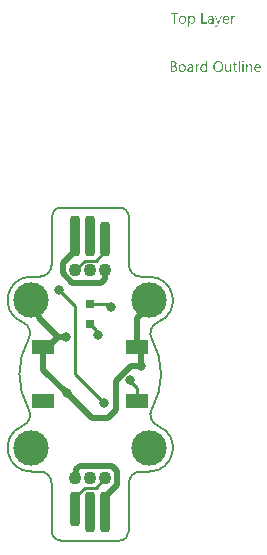
<source format=gtl>
G04*
G04 #@! TF.GenerationSoftware,Altium Limited,Altium Designer,21.8.1 (53)*
G04*
G04 Layer_Physical_Order=1*
G04 Layer_Color=255*
%FSAX25Y25*%
%MOIN*%
G70*
G04*
G04 #@! TF.SameCoordinates,94FE2971-EC38-410B-9373-26AABD127CE3*
G04*
G04*
G04 #@! TF.FilePolarity,Positive*
G04*
G01*
G75*
%ADD10C,0.00787*%
%ADD16R,0.07480X0.05118*%
G04:AMPARAMS|DCode=17|XSize=35.43mil|YSize=135.83mil|CornerRadius=13.82mil|HoleSize=0mil|Usage=FLASHONLY|Rotation=0.000|XOffset=0mil|YOffset=0mil|HoleType=Round|Shape=RoundedRectangle|*
%AMROUNDEDRECTD17*
21,1,0.03543,0.10819,0,0,0.0*
21,1,0.00780,0.13583,0,0,0.0*
1,1,0.02764,0.00390,-0.05409*
1,1,0.02764,-0.00390,-0.05409*
1,1,0.02764,-0.00390,0.05409*
1,1,0.02764,0.00390,0.05409*
%
%ADD17ROUNDEDRECTD17*%
G04:AMPARAMS|DCode=18|XSize=35.43mil|YSize=116.14mil|CornerRadius=13.82mil|HoleSize=0mil|Usage=FLASHONLY|Rotation=0.000|XOffset=0mil|YOffset=0mil|HoleType=Round|Shape=RoundedRectangle|*
%AMROUNDEDRECTD18*
21,1,0.03543,0.08850,0,0,0.0*
21,1,0.00780,0.11614,0,0,0.0*
1,1,0.02764,0.00390,-0.04425*
1,1,0.02764,-0.00390,-0.04425*
1,1,0.02764,-0.00390,0.04425*
1,1,0.02764,0.00390,0.04425*
%
%ADD18ROUNDEDRECTD18*%
%ADD21C,0.04331*%
%ADD24R,0.03150X0.03150*%
%ADD25C,0.01968*%
%ADD26C,0.00984*%
%ADD27C,0.11811*%
%ADD28C,0.03150*%
%ADD29C,0.02362*%
G36*
X0034014Y0151875D02*
X0034057Y0151869D01*
X0034101Y0151863D01*
X0034212Y0151838D01*
X0034336Y0151801D01*
X0034460Y0151739D01*
X0034521Y0151702D01*
X0034583Y0151652D01*
X0034639Y0151602D01*
X0034695Y0151541D01*
X0034701Y0151534D01*
X0034707Y0151528D01*
X0034720Y0151504D01*
X0034738Y0151479D01*
X0034757Y0151448D01*
X0034782Y0151404D01*
X0034806Y0151355D01*
X0034831Y0151305D01*
X0034856Y0151243D01*
X0034881Y0151175D01*
X0034905Y0151101D01*
X0034924Y0151021D01*
X0034955Y0150841D01*
X0034967Y0150742D01*
Y0150637D01*
Y0150631D01*
Y0150612D01*
Y0150575D01*
X0034961Y0150532D01*
Y0150482D01*
X0034949Y0150420D01*
X0034942Y0150352D01*
X0034930Y0150278D01*
X0034893Y0150117D01*
X0034837Y0149950D01*
X0034800Y0149869D01*
X0034763Y0149789D01*
X0034713Y0149708D01*
X0034658Y0149634D01*
X0034651Y0149628D01*
X0034645Y0149616D01*
X0034627Y0149597D01*
X0034602Y0149578D01*
X0034571Y0149547D01*
X0034534Y0149516D01*
X0034491Y0149479D01*
X0034441Y0149448D01*
X0034385Y0149411D01*
X0034323Y0149374D01*
X0034175Y0149318D01*
X0034094Y0149294D01*
X0034014Y0149275D01*
X0033921Y0149263D01*
X0033822Y0149257D01*
X0033773D01*
X0033742Y0149263D01*
X0033698Y0149269D01*
X0033655Y0149281D01*
X0033544Y0149306D01*
X0033426Y0149355D01*
X0033358Y0149393D01*
X0033296Y0149430D01*
X0033234Y0149479D01*
X0033178Y0149535D01*
X0033116Y0149597D01*
X0033067Y0149671D01*
X0033055D01*
Y0148161D01*
X0032652D01*
Y0151825D01*
X0033055D01*
Y0151380D01*
X0033067D01*
X0033073Y0151386D01*
X0033079Y0151404D01*
X0033098Y0151429D01*
X0033123Y0151460D01*
X0033154Y0151497D01*
X0033191Y0151541D01*
X0033234Y0151584D01*
X0033290Y0151634D01*
X0033345Y0151677D01*
X0033407Y0151720D01*
X0033482Y0151763D01*
X0033556Y0151801D01*
X0033643Y0151838D01*
X0033735Y0151863D01*
X0033828Y0151875D01*
X0033933Y0151881D01*
X0033983D01*
X0034014Y0151875D01*
D02*
G37*
G36*
X0048127Y0151863D02*
X0048201Y0151856D01*
X0048245Y0151844D01*
X0048276Y0151831D01*
Y0151417D01*
X0048270Y0151423D01*
X0048257Y0151429D01*
X0048232Y0151442D01*
X0048201Y0151460D01*
X0048158Y0151472D01*
X0048102Y0151485D01*
X0048041Y0151491D01*
X0047972Y0151497D01*
X0047960D01*
X0047929Y0151491D01*
X0047880Y0151485D01*
X0047824Y0151466D01*
X0047750Y0151435D01*
X0047681Y0151392D01*
X0047607Y0151330D01*
X0047539Y0151250D01*
X0047533Y0151237D01*
X0047514Y0151206D01*
X0047483Y0151151D01*
X0047452Y0151076D01*
X0047422Y0150984D01*
X0047390Y0150866D01*
X0047372Y0150736D01*
X0047366Y0150587D01*
Y0149312D01*
X0046963D01*
Y0151825D01*
X0047366D01*
Y0151305D01*
X0047378D01*
Y0151312D01*
X0047384Y0151318D01*
X0047397Y0151349D01*
X0047415Y0151398D01*
X0047446Y0151460D01*
X0047477Y0151522D01*
X0047527Y0151590D01*
X0047576Y0151658D01*
X0047638Y0151720D01*
X0047644Y0151726D01*
X0047669Y0151745D01*
X0047706Y0151770D01*
X0047756Y0151794D01*
X0047811Y0151819D01*
X0047880Y0151844D01*
X0047954Y0151863D01*
X0048034Y0151869D01*
X0048090D01*
X0048127Y0151863D01*
D02*
G37*
G36*
X0042748Y0148910D02*
X0042742Y0148904D01*
X0042736Y0148879D01*
X0042717Y0148836D01*
X0042692Y0148786D01*
X0042661Y0148730D01*
X0042618Y0148662D01*
X0042575Y0148594D01*
X0042525Y0148520D01*
X0042463Y0148446D01*
X0042401Y0148378D01*
X0042327Y0148309D01*
X0042247Y0148254D01*
X0042166Y0148204D01*
X0042073Y0148161D01*
X0041980Y0148136D01*
X0041875Y0148130D01*
X0041820D01*
X0041782Y0148136D01*
X0041702Y0148149D01*
X0041615Y0148167D01*
Y0148526D01*
X0041622D01*
X0041640Y0148520D01*
X0041665Y0148514D01*
X0041696Y0148507D01*
X0041770Y0148489D01*
X0041851Y0148483D01*
X0041863D01*
X0041900Y0148489D01*
X0041956Y0148501D01*
X0042024Y0148526D01*
X0042098Y0148569D01*
X0042135Y0148600D01*
X0042172Y0148637D01*
X0042210Y0148675D01*
X0042247Y0148724D01*
X0042278Y0148780D01*
X0042309Y0148842D01*
X0042513Y0149312D01*
X0041529Y0151825D01*
X0041974D01*
X0042655Y0149888D01*
Y0149882D01*
X0042661Y0149869D01*
X0042668Y0149851D01*
X0042674Y0149826D01*
X0042680Y0149789D01*
X0042692Y0149752D01*
X0042705Y0149696D01*
X0042723D01*
Y0149708D01*
X0042736Y0149746D01*
X0042748Y0149801D01*
X0042773Y0149882D01*
X0043485Y0151825D01*
X0043899D01*
X0042748Y0148910D01*
D02*
G37*
G36*
X0040340Y0151875D02*
X0040396Y0151869D01*
X0040464Y0151850D01*
X0040538Y0151831D01*
X0040619Y0151801D01*
X0040705Y0151763D01*
X0040786Y0151714D01*
X0040866Y0151652D01*
X0040941Y0151578D01*
X0041009Y0151485D01*
X0041064Y0151380D01*
X0041108Y0151256D01*
X0041133Y0151113D01*
X0041145Y0150946D01*
Y0149312D01*
X0040742D01*
Y0149702D01*
X0040730D01*
Y0149696D01*
X0040718Y0149684D01*
X0040705Y0149659D01*
X0040681Y0149634D01*
X0040619Y0149560D01*
X0040538Y0149479D01*
X0040427Y0149399D01*
X0040297Y0149325D01*
X0040216Y0149300D01*
X0040136Y0149275D01*
X0040049Y0149263D01*
X0039956Y0149257D01*
X0039919D01*
X0039895Y0149263D01*
X0039826Y0149269D01*
X0039746Y0149281D01*
X0039647Y0149306D01*
X0039554Y0149337D01*
X0039455Y0149387D01*
X0039368Y0149448D01*
X0039362Y0149461D01*
X0039337Y0149486D01*
X0039300Y0149529D01*
X0039263Y0149591D01*
X0039226Y0149665D01*
X0039189Y0149752D01*
X0039164Y0149857D01*
X0039158Y0149975D01*
Y0149981D01*
Y0150005D01*
X0039164Y0150043D01*
X0039170Y0150086D01*
X0039183Y0150142D01*
X0039201Y0150204D01*
X0039226Y0150272D01*
X0039263Y0150340D01*
X0039306Y0150414D01*
X0039362Y0150488D01*
X0039430Y0150556D01*
X0039511Y0150618D01*
X0039603Y0150680D01*
X0039715Y0150730D01*
X0039839Y0150767D01*
X0039987Y0150798D01*
X0040742Y0150903D01*
Y0150909D01*
Y0150928D01*
X0040736Y0150965D01*
Y0151002D01*
X0040724Y0151052D01*
X0040718Y0151107D01*
X0040681Y0151225D01*
X0040650Y0151281D01*
X0040619Y0151336D01*
X0040575Y0151392D01*
X0040526Y0151442D01*
X0040464Y0151485D01*
X0040396Y0151516D01*
X0040315Y0151534D01*
X0040222Y0151541D01*
X0040179D01*
X0040148Y0151534D01*
X0040105D01*
X0040062Y0151522D01*
X0039950Y0151504D01*
X0039826Y0151466D01*
X0039690Y0151411D01*
X0039616Y0151374D01*
X0039548Y0151336D01*
X0039474Y0151287D01*
X0039405Y0151231D01*
Y0151646D01*
X0039412D01*
X0039424Y0151658D01*
X0039443Y0151671D01*
X0039474Y0151683D01*
X0039505Y0151702D01*
X0039548Y0151720D01*
X0039597Y0151739D01*
X0039653Y0151763D01*
X0039777Y0151807D01*
X0039925Y0151844D01*
X0040086Y0151869D01*
X0040260Y0151881D01*
X0040297D01*
X0040340Y0151875D01*
D02*
G37*
G36*
X0037449Y0149684D02*
X0038861D01*
Y0149312D01*
X0037035D01*
Y0152828D01*
X0037449D01*
Y0149684D01*
D02*
G37*
G36*
X0029210Y0152457D02*
X0028195D01*
Y0149312D01*
X0027787D01*
Y0152457D01*
X0026772D01*
Y0152828D01*
X0029210D01*
Y0152457D01*
D02*
G37*
G36*
X0045404Y0151875D02*
X0045447Y0151869D01*
X0045490Y0151863D01*
X0045602Y0151844D01*
X0045725Y0151801D01*
X0045849Y0151745D01*
X0045911Y0151708D01*
X0045973Y0151664D01*
X0046029Y0151615D01*
X0046084Y0151559D01*
X0046091Y0151553D01*
X0046097Y0151547D01*
X0046109Y0151528D01*
X0046128Y0151504D01*
X0046146Y0151466D01*
X0046171Y0151429D01*
X0046196Y0151386D01*
X0046221Y0151330D01*
X0046245Y0151268D01*
X0046270Y0151206D01*
X0046295Y0151132D01*
X0046314Y0151052D01*
X0046332Y0150965D01*
X0046344Y0150878D01*
X0046357Y0150779D01*
Y0150674D01*
Y0150464D01*
X0044580D01*
Y0150457D01*
Y0150445D01*
Y0150426D01*
X0044587Y0150396D01*
X0044593Y0150358D01*
Y0150321D01*
X0044611Y0150222D01*
X0044642Y0150123D01*
X0044679Y0150012D01*
X0044735Y0149907D01*
X0044803Y0149814D01*
X0044815Y0149801D01*
X0044840Y0149776D01*
X0044890Y0149746D01*
X0044958Y0149702D01*
X0045044Y0149659D01*
X0045144Y0149628D01*
X0045261Y0149603D01*
X0045397Y0149591D01*
X0045441D01*
X0045472Y0149597D01*
X0045509D01*
X0045552Y0149603D01*
X0045657Y0149628D01*
X0045775Y0149659D01*
X0045905Y0149708D01*
X0046041Y0149776D01*
X0046109Y0149820D01*
X0046177Y0149869D01*
Y0149492D01*
X0046171D01*
X0046165Y0149479D01*
X0046146Y0149473D01*
X0046115Y0149455D01*
X0046084Y0149436D01*
X0046047Y0149417D01*
X0045998Y0149399D01*
X0045948Y0149374D01*
X0045886Y0149349D01*
X0045818Y0149331D01*
X0045670Y0149294D01*
X0045496Y0149269D01*
X0045305Y0149257D01*
X0045255D01*
X0045218Y0149263D01*
X0045175Y0149269D01*
X0045119Y0149275D01*
X0045001Y0149300D01*
X0044865Y0149337D01*
X0044729Y0149399D01*
X0044661Y0149442D01*
X0044593Y0149486D01*
X0044531Y0149535D01*
X0044469Y0149597D01*
X0044463Y0149603D01*
X0044456Y0149616D01*
X0044444Y0149634D01*
X0044419Y0149659D01*
X0044401Y0149696D01*
X0044376Y0149739D01*
X0044345Y0149789D01*
X0044320Y0149845D01*
X0044289Y0149907D01*
X0044265Y0149981D01*
X0044234Y0150061D01*
X0044215Y0150148D01*
X0044197Y0150241D01*
X0044178Y0150340D01*
X0044172Y0150445D01*
X0044166Y0150556D01*
Y0150563D01*
Y0150581D01*
Y0150612D01*
X0044172Y0150655D01*
X0044178Y0150705D01*
X0044184Y0150761D01*
X0044190Y0150829D01*
X0044209Y0150897D01*
X0044246Y0151045D01*
X0044302Y0151206D01*
X0044339Y0151287D01*
X0044388Y0151361D01*
X0044438Y0151442D01*
X0044494Y0151510D01*
X0044500Y0151516D01*
X0044512Y0151528D01*
X0044531Y0151547D01*
X0044556Y0151565D01*
X0044587Y0151596D01*
X0044624Y0151627D01*
X0044673Y0151658D01*
X0044723Y0151695D01*
X0044840Y0151763D01*
X0044983Y0151825D01*
X0045063Y0151844D01*
X0045144Y0151863D01*
X0045230Y0151875D01*
X0045323Y0151881D01*
X0045373D01*
X0045404Y0151875D01*
D02*
G37*
G36*
X0030913D02*
X0030956Y0151869D01*
X0031012Y0151863D01*
X0031136Y0151838D01*
X0031278Y0151794D01*
X0031420Y0151733D01*
X0031495Y0151695D01*
X0031563Y0151652D01*
X0031631Y0151596D01*
X0031693Y0151534D01*
X0031699Y0151528D01*
X0031705Y0151516D01*
X0031724Y0151497D01*
X0031742Y0151472D01*
X0031767Y0151435D01*
X0031792Y0151392D01*
X0031823Y0151342D01*
X0031854Y0151287D01*
X0031878Y0151219D01*
X0031909Y0151151D01*
X0031934Y0151070D01*
X0031959Y0150984D01*
X0031977Y0150891D01*
X0031996Y0150792D01*
X0032002Y0150686D01*
X0032008Y0150575D01*
Y0150569D01*
Y0150550D01*
Y0150519D01*
X0032002Y0150476D01*
X0031996Y0150426D01*
X0031990Y0150364D01*
X0031977Y0150303D01*
X0031965Y0150228D01*
X0031928Y0150080D01*
X0031866Y0149919D01*
X0031829Y0149838D01*
X0031779Y0149758D01*
X0031730Y0149684D01*
X0031668Y0149616D01*
X0031662Y0149609D01*
X0031649Y0149603D01*
X0031631Y0149585D01*
X0031606Y0149560D01*
X0031569Y0149535D01*
X0031532Y0149504D01*
X0031482Y0149467D01*
X0031427Y0149436D01*
X0031365Y0149405D01*
X0031297Y0149368D01*
X0031222Y0149337D01*
X0031142Y0149312D01*
X0031055Y0149287D01*
X0030962Y0149275D01*
X0030863Y0149263D01*
X0030758Y0149257D01*
X0030702D01*
X0030665Y0149263D01*
X0030622Y0149269D01*
X0030566Y0149275D01*
X0030504Y0149287D01*
X0030436Y0149300D01*
X0030294Y0149343D01*
X0030145Y0149405D01*
X0030071Y0149442D01*
X0030003Y0149492D01*
X0029935Y0149541D01*
X0029867Y0149603D01*
X0029860Y0149609D01*
X0029854Y0149622D01*
X0029836Y0149640D01*
X0029817Y0149665D01*
X0029792Y0149702D01*
X0029761Y0149746D01*
X0029730Y0149795D01*
X0029706Y0149851D01*
X0029675Y0149919D01*
X0029644Y0149987D01*
X0029613Y0150061D01*
X0029588Y0150148D01*
X0029551Y0150334D01*
X0029545Y0150433D01*
X0029539Y0150538D01*
Y0150544D01*
Y0150569D01*
Y0150600D01*
X0029545Y0150643D01*
X0029551Y0150693D01*
X0029557Y0150754D01*
X0029570Y0150823D01*
X0029582Y0150897D01*
X0029619Y0151058D01*
X0029681Y0151219D01*
X0029724Y0151299D01*
X0029768Y0151380D01*
X0029817Y0151454D01*
X0029879Y0151522D01*
X0029885Y0151528D01*
X0029898Y0151541D01*
X0029916Y0151553D01*
X0029941Y0151578D01*
X0029978Y0151602D01*
X0030021Y0151634D01*
X0030071Y0151671D01*
X0030127Y0151702D01*
X0030189Y0151733D01*
X0030263Y0151770D01*
X0030337Y0151801D01*
X0030424Y0151825D01*
X0030510Y0151850D01*
X0030609Y0151869D01*
X0030715Y0151875D01*
X0030820Y0151881D01*
X0030876D01*
X0030913Y0151875D01*
D02*
G37*
G36*
X0050981Y0136890D02*
X0051006D01*
X0051061Y0136865D01*
X0051092Y0136846D01*
X0051123Y0136821D01*
X0051129Y0136815D01*
X0051135Y0136809D01*
X0051166Y0136772D01*
X0051191Y0136710D01*
X0051197Y0136673D01*
X0051204Y0136636D01*
Y0136629D01*
Y0136617D01*
X0051197Y0136599D01*
X0051191Y0136574D01*
X0051173Y0136512D01*
X0051148Y0136481D01*
X0051123Y0136450D01*
X0051117D01*
X0051111Y0136438D01*
X0051074Y0136413D01*
X0051018Y0136388D01*
X0050981Y0136382D01*
X0050944Y0136376D01*
X0050925D01*
X0050906Y0136382D01*
X0050882D01*
X0050820Y0136407D01*
X0050789Y0136419D01*
X0050758Y0136444D01*
Y0136450D01*
X0050745Y0136456D01*
X0050733Y0136475D01*
X0050721Y0136493D01*
X0050696Y0136555D01*
X0050690Y0136592D01*
X0050684Y0136636D01*
Y0136642D01*
Y0136654D01*
X0050690Y0136673D01*
X0050696Y0136704D01*
X0050715Y0136759D01*
X0050733Y0136791D01*
X0050758Y0136821D01*
X0050764Y0136828D01*
X0050770Y0136834D01*
X0050807Y0136858D01*
X0050869Y0136883D01*
X0050906Y0136896D01*
X0050962D01*
X0050981Y0136890D01*
D02*
G37*
G36*
X0038991Y0133225D02*
X0038588D01*
Y0133646D01*
X0038576D01*
Y0133640D01*
X0038564Y0133627D01*
X0038545Y0133603D01*
X0038526Y0133572D01*
X0038495Y0133535D01*
X0038458Y0133497D01*
X0038415Y0133454D01*
X0038366Y0133411D01*
X0038310Y0133361D01*
X0038242Y0133318D01*
X0038174Y0133281D01*
X0038093Y0133244D01*
X0038013Y0133213D01*
X0037920Y0133188D01*
X0037821Y0133176D01*
X0037716Y0133169D01*
X0037672D01*
X0037635Y0133176D01*
X0037598Y0133182D01*
X0037548Y0133188D01*
X0037443Y0133213D01*
X0037319Y0133250D01*
X0037196Y0133312D01*
X0037128Y0133349D01*
X0037072Y0133392D01*
X0037010Y0133448D01*
X0036954Y0133504D01*
Y0133510D01*
X0036942Y0133522D01*
X0036929Y0133541D01*
X0036911Y0133565D01*
X0036892Y0133596D01*
X0036867Y0133640D01*
X0036843Y0133689D01*
X0036818Y0133745D01*
X0036787Y0133807D01*
X0036762Y0133875D01*
X0036737Y0133949D01*
X0036719Y0134030D01*
X0036700Y0134116D01*
X0036688Y0134215D01*
X0036682Y0134315D01*
X0036676Y0134420D01*
Y0134426D01*
Y0134444D01*
Y0134482D01*
X0036682Y0134525D01*
X0036688Y0134574D01*
X0036694Y0134636D01*
X0036700Y0134704D01*
X0036713Y0134779D01*
X0036750Y0134940D01*
X0036806Y0135107D01*
X0036843Y0135187D01*
X0036886Y0135268D01*
X0036929Y0135342D01*
X0036985Y0135416D01*
X0036991Y0135423D01*
X0036998Y0135435D01*
X0037016Y0135453D01*
X0037041Y0135478D01*
X0037072Y0135503D01*
X0037115Y0135534D01*
X0037159Y0135571D01*
X0037208Y0135608D01*
X0037332Y0135676D01*
X0037474Y0135738D01*
X0037555Y0135757D01*
X0037641Y0135775D01*
X0037728Y0135788D01*
X0037827Y0135794D01*
X0037876D01*
X0037914Y0135788D01*
X0037951Y0135782D01*
X0038000Y0135775D01*
X0038112Y0135744D01*
X0038236Y0135695D01*
X0038297Y0135664D01*
X0038359Y0135620D01*
X0038421Y0135577D01*
X0038477Y0135521D01*
X0038526Y0135460D01*
X0038576Y0135385D01*
X0038588D01*
Y0136945D01*
X0038991D01*
Y0133225D01*
D02*
G37*
G36*
X0053259Y0135788D02*
X0053333Y0135782D01*
X0053426Y0135763D01*
X0053525Y0135732D01*
X0053630Y0135682D01*
X0053735Y0135614D01*
X0053779Y0135577D01*
X0053822Y0135528D01*
X0053834Y0135515D01*
X0053859Y0135478D01*
X0053890Y0135416D01*
X0053933Y0135330D01*
X0053970Y0135224D01*
X0054008Y0135094D01*
X0054032Y0134940D01*
X0054039Y0134760D01*
Y0133225D01*
X0053636D01*
Y0134655D01*
Y0134661D01*
Y0134692D01*
X0053630Y0134729D01*
Y0134779D01*
X0053618Y0134841D01*
X0053605Y0134909D01*
X0053587Y0134983D01*
X0053562Y0135057D01*
X0053531Y0135132D01*
X0053494Y0135200D01*
X0053444Y0135268D01*
X0053389Y0135330D01*
X0053327Y0135379D01*
X0053246Y0135416D01*
X0053160Y0135447D01*
X0053054Y0135453D01*
X0053042D01*
X0053005Y0135447D01*
X0052949Y0135441D01*
X0052881Y0135423D01*
X0052801Y0135398D01*
X0052714Y0135354D01*
X0052634Y0135299D01*
X0052553Y0135224D01*
X0052547Y0135212D01*
X0052522Y0135187D01*
X0052491Y0135138D01*
X0052454Y0135070D01*
X0052417Y0134989D01*
X0052386Y0134890D01*
X0052361Y0134779D01*
X0052355Y0134655D01*
Y0133225D01*
X0051953D01*
Y0135738D01*
X0052355D01*
Y0135317D01*
X0052367D01*
X0052373Y0135323D01*
X0052380Y0135336D01*
X0052398Y0135361D01*
X0052423Y0135391D01*
X0052448Y0135429D01*
X0052485Y0135466D01*
X0052528Y0135509D01*
X0052578Y0135559D01*
X0052634Y0135602D01*
X0052695Y0135645D01*
X0052763Y0135682D01*
X0052838Y0135720D01*
X0052912Y0135750D01*
X0052999Y0135775D01*
X0053092Y0135788D01*
X0053191Y0135794D01*
X0053228D01*
X0053259Y0135788D01*
D02*
G37*
G36*
X0036261Y0135775D02*
X0036335Y0135769D01*
X0036378Y0135757D01*
X0036410Y0135744D01*
Y0135330D01*
X0036403Y0135336D01*
X0036391Y0135342D01*
X0036366Y0135354D01*
X0036335Y0135373D01*
X0036292Y0135385D01*
X0036236Y0135398D01*
X0036174Y0135404D01*
X0036106Y0135410D01*
X0036094D01*
X0036063Y0135404D01*
X0036013Y0135398D01*
X0035958Y0135379D01*
X0035883Y0135348D01*
X0035815Y0135305D01*
X0035741Y0135243D01*
X0035673Y0135162D01*
X0035667Y0135150D01*
X0035648Y0135119D01*
X0035617Y0135063D01*
X0035586Y0134989D01*
X0035555Y0134896D01*
X0035524Y0134779D01*
X0035506Y0134649D01*
X0035500Y0134500D01*
Y0133225D01*
X0035097D01*
Y0135738D01*
X0035500D01*
Y0135218D01*
X0035512D01*
Y0135224D01*
X0035518Y0135231D01*
X0035530Y0135261D01*
X0035549Y0135311D01*
X0035580Y0135373D01*
X0035611Y0135435D01*
X0035660Y0135503D01*
X0035710Y0135571D01*
X0035772Y0135633D01*
X0035778Y0135639D01*
X0035803Y0135658D01*
X0035840Y0135682D01*
X0035890Y0135707D01*
X0035945Y0135732D01*
X0036013Y0135757D01*
X0036088Y0135775D01*
X0036168Y0135782D01*
X0036224D01*
X0036261Y0135775D01*
D02*
G37*
G36*
X0047001Y0133225D02*
X0046598D01*
Y0133621D01*
X0046586D01*
Y0133615D01*
X0046573Y0133603D01*
X0046561Y0133578D01*
X0046536Y0133553D01*
X0046481Y0133479D01*
X0046394Y0133398D01*
X0046344Y0133355D01*
X0046289Y0133312D01*
X0046227Y0133274D01*
X0046152Y0133237D01*
X0046078Y0133213D01*
X0045998Y0133188D01*
X0045905Y0133176D01*
X0045812Y0133169D01*
X0045775D01*
X0045732Y0133176D01*
X0045670Y0133188D01*
X0045602Y0133200D01*
X0045527Y0133225D01*
X0045447Y0133256D01*
X0045366Y0133306D01*
X0045280Y0133361D01*
X0045199Y0133429D01*
X0045125Y0133516D01*
X0045057Y0133621D01*
X0044995Y0133739D01*
X0044952Y0133881D01*
X0044927Y0134048D01*
X0044914Y0134135D01*
Y0134234D01*
Y0135738D01*
X0045311D01*
Y0134296D01*
Y0134290D01*
Y0134265D01*
X0045317Y0134222D01*
X0045323Y0134172D01*
X0045329Y0134110D01*
X0045342Y0134048D01*
X0045360Y0133974D01*
X0045385Y0133900D01*
X0045422Y0133825D01*
X0045459Y0133757D01*
X0045509Y0133689D01*
X0045571Y0133627D01*
X0045639Y0133578D01*
X0045719Y0133541D01*
X0045818Y0133510D01*
X0045924Y0133504D01*
X0045936D01*
X0045973Y0133510D01*
X0046029Y0133516D01*
X0046091Y0133528D01*
X0046171Y0133559D01*
X0046252Y0133596D01*
X0046332Y0133646D01*
X0046406Y0133720D01*
X0046413Y0133733D01*
X0046437Y0133757D01*
X0046468Y0133807D01*
X0046505Y0133875D01*
X0046536Y0133955D01*
X0046567Y0134055D01*
X0046592Y0134166D01*
X0046598Y0134290D01*
Y0135738D01*
X0047001D01*
Y0133225D01*
D02*
G37*
G36*
X0051135D02*
X0050733D01*
Y0135738D01*
X0051135D01*
Y0133225D01*
D02*
G37*
G36*
X0049916D02*
X0049514D01*
Y0136945D01*
X0049916D01*
Y0133225D01*
D02*
G37*
G36*
X0033537Y0135788D02*
X0033593Y0135782D01*
X0033661Y0135763D01*
X0033735Y0135744D01*
X0033816Y0135713D01*
X0033902Y0135676D01*
X0033983Y0135627D01*
X0034064Y0135565D01*
X0034138Y0135491D01*
X0034206Y0135398D01*
X0034262Y0135292D01*
X0034305Y0135169D01*
X0034330Y0135026D01*
X0034342Y0134859D01*
Y0133225D01*
X0033940D01*
Y0133615D01*
X0033927D01*
Y0133609D01*
X0033915Y0133596D01*
X0033902Y0133572D01*
X0033878Y0133547D01*
X0033816Y0133473D01*
X0033735Y0133392D01*
X0033624Y0133312D01*
X0033494Y0133237D01*
X0033413Y0133213D01*
X0033333Y0133188D01*
X0033246Y0133176D01*
X0033154Y0133169D01*
X0033116D01*
X0033092Y0133176D01*
X0033024Y0133182D01*
X0032943Y0133194D01*
X0032844Y0133219D01*
X0032751Y0133250D01*
X0032652Y0133299D01*
X0032566Y0133361D01*
X0032559Y0133374D01*
X0032535Y0133398D01*
X0032497Y0133442D01*
X0032460Y0133504D01*
X0032423Y0133578D01*
X0032386Y0133665D01*
X0032361Y0133770D01*
X0032355Y0133887D01*
Y0133894D01*
Y0133918D01*
X0032361Y0133955D01*
X0032367Y0133999D01*
X0032380Y0134055D01*
X0032398Y0134116D01*
X0032423Y0134185D01*
X0032460Y0134253D01*
X0032504Y0134327D01*
X0032559Y0134401D01*
X0032627Y0134469D01*
X0032708Y0134531D01*
X0032801Y0134593D01*
X0032912Y0134643D01*
X0033036Y0134680D01*
X0033184Y0134711D01*
X0033940Y0134816D01*
Y0134822D01*
Y0134841D01*
X0033933Y0134878D01*
Y0134915D01*
X0033921Y0134964D01*
X0033915Y0135020D01*
X0033878Y0135138D01*
X0033847Y0135193D01*
X0033816Y0135249D01*
X0033773Y0135305D01*
X0033723Y0135354D01*
X0033661Y0135398D01*
X0033593Y0135429D01*
X0033513Y0135447D01*
X0033420Y0135453D01*
X0033376D01*
X0033345Y0135447D01*
X0033302D01*
X0033259Y0135435D01*
X0033147Y0135416D01*
X0033024Y0135379D01*
X0032887Y0135323D01*
X0032813Y0135286D01*
X0032745Y0135249D01*
X0032671Y0135200D01*
X0032603Y0135144D01*
Y0135559D01*
X0032609D01*
X0032621Y0135571D01*
X0032640Y0135583D01*
X0032671Y0135596D01*
X0032702Y0135614D01*
X0032745Y0135633D01*
X0032794Y0135652D01*
X0032850Y0135676D01*
X0032974Y0135720D01*
X0033123Y0135757D01*
X0033283Y0135782D01*
X0033457Y0135794D01*
X0033494D01*
X0033537Y0135788D01*
D02*
G37*
G36*
X0027849Y0136735D02*
X0027892D01*
X0027935Y0136729D01*
X0028034Y0136716D01*
X0028152Y0136685D01*
X0028276Y0136648D01*
X0028393Y0136592D01*
X0028499Y0136518D01*
X0028505D01*
X0028511Y0136506D01*
X0028542Y0136481D01*
X0028585Y0136431D01*
X0028635Y0136363D01*
X0028678Y0136277D01*
X0028721Y0136178D01*
X0028752Y0136066D01*
X0028765Y0136004D01*
Y0135936D01*
Y0135930D01*
Y0135924D01*
Y0135887D01*
X0028759Y0135831D01*
X0028746Y0135763D01*
X0028728Y0135676D01*
X0028697Y0135590D01*
X0028660Y0135503D01*
X0028604Y0135416D01*
X0028598Y0135404D01*
X0028573Y0135379D01*
X0028536Y0135342D01*
X0028486Y0135292D01*
X0028424Y0135243D01*
X0028350Y0135187D01*
X0028257Y0135144D01*
X0028158Y0135101D01*
Y0135094D01*
X0028177D01*
X0028195Y0135088D01*
X0028214Y0135082D01*
X0028282Y0135070D01*
X0028363Y0135045D01*
X0028449Y0135008D01*
X0028542Y0134964D01*
X0028635Y0134903D01*
X0028721Y0134822D01*
X0028734Y0134810D01*
X0028759Y0134779D01*
X0028790Y0134735D01*
X0028833Y0134667D01*
X0028870Y0134581D01*
X0028907Y0134482D01*
X0028932Y0134364D01*
X0028938Y0134234D01*
Y0134228D01*
Y0134215D01*
Y0134191D01*
X0028932Y0134160D01*
X0028926Y0134123D01*
X0028920Y0134079D01*
X0028895Y0133974D01*
X0028858Y0133856D01*
X0028802Y0133733D01*
X0028765Y0133677D01*
X0028721Y0133615D01*
X0028666Y0133559D01*
X0028610Y0133504D01*
X0028604D01*
X0028598Y0133491D01*
X0028579Y0133479D01*
X0028554Y0133460D01*
X0028523Y0133442D01*
X0028480Y0133417D01*
X0028387Y0133367D01*
X0028270Y0133312D01*
X0028133Y0133268D01*
X0027972Y0133237D01*
X0027892Y0133231D01*
X0027799Y0133225D01*
X0026772D01*
Y0136741D01*
X0027818D01*
X0027849Y0136735D01*
D02*
G37*
G36*
X0048344Y0135738D02*
X0048981D01*
Y0135391D01*
X0048344D01*
Y0133974D01*
Y0133962D01*
Y0133931D01*
X0048350Y0133887D01*
X0048356Y0133832D01*
X0048381Y0133714D01*
X0048399Y0133658D01*
X0048430Y0133615D01*
X0048437Y0133609D01*
X0048449Y0133596D01*
X0048468Y0133584D01*
X0048499Y0133565D01*
X0048536Y0133541D01*
X0048585Y0133528D01*
X0048647Y0133516D01*
X0048715Y0133510D01*
X0048740D01*
X0048771Y0133516D01*
X0048808Y0133522D01*
X0048895Y0133547D01*
X0048938Y0133565D01*
X0048981Y0133590D01*
Y0133244D01*
X0048975D01*
X0048957Y0133231D01*
X0048926Y0133225D01*
X0048882Y0133213D01*
X0048827Y0133200D01*
X0048765Y0133188D01*
X0048690Y0133182D01*
X0048604Y0133176D01*
X0048573D01*
X0048542Y0133182D01*
X0048499Y0133188D01*
X0048449Y0133200D01*
X0048393Y0133213D01*
X0048338Y0133237D01*
X0048276Y0133268D01*
X0048214Y0133306D01*
X0048152Y0133355D01*
X0048096Y0133411D01*
X0048047Y0133485D01*
X0048003Y0133565D01*
X0047972Y0133665D01*
X0047948Y0133776D01*
X0047941Y0133906D01*
Y0135391D01*
X0047514D01*
Y0135738D01*
X0047941D01*
Y0136351D01*
X0048344Y0136481D01*
Y0135738D01*
D02*
G37*
G36*
X0055871Y0135788D02*
X0055914Y0135782D01*
X0055958Y0135775D01*
X0056069Y0135757D01*
X0056193Y0135713D01*
X0056317Y0135658D01*
X0056378Y0135620D01*
X0056440Y0135577D01*
X0056496Y0135528D01*
X0056552Y0135472D01*
X0056558Y0135466D01*
X0056564Y0135460D01*
X0056577Y0135441D01*
X0056595Y0135416D01*
X0056614Y0135379D01*
X0056638Y0135342D01*
X0056663Y0135299D01*
X0056688Y0135243D01*
X0056713Y0135181D01*
X0056737Y0135119D01*
X0056762Y0135045D01*
X0056781Y0134964D01*
X0056799Y0134878D01*
X0056812Y0134791D01*
X0056824Y0134692D01*
Y0134587D01*
Y0134376D01*
X0055048D01*
Y0134370D01*
Y0134358D01*
Y0134339D01*
X0055054Y0134308D01*
X0055060Y0134271D01*
Y0134234D01*
X0055079Y0134135D01*
X0055110Y0134036D01*
X0055147Y0133924D01*
X0055202Y0133819D01*
X0055270Y0133726D01*
X0055283Y0133714D01*
X0055308Y0133689D01*
X0055357Y0133658D01*
X0055425Y0133615D01*
X0055512Y0133572D01*
X0055611Y0133541D01*
X0055729Y0133516D01*
X0055865Y0133504D01*
X0055908D01*
X0055939Y0133510D01*
X0055976D01*
X0056019Y0133516D01*
X0056125Y0133541D01*
X0056242Y0133572D01*
X0056372Y0133621D01*
X0056508Y0133689D01*
X0056577Y0133733D01*
X0056645Y0133782D01*
Y0133405D01*
X0056638D01*
X0056632Y0133392D01*
X0056614Y0133386D01*
X0056583Y0133367D01*
X0056552Y0133349D01*
X0056515Y0133330D01*
X0056465Y0133312D01*
X0056416Y0133287D01*
X0056354Y0133262D01*
X0056286Y0133244D01*
X0056137Y0133206D01*
X0055964Y0133182D01*
X0055772Y0133169D01*
X0055722D01*
X0055685Y0133176D01*
X0055642Y0133182D01*
X0055586Y0133188D01*
X0055468Y0133213D01*
X0055332Y0133250D01*
X0055196Y0133312D01*
X0055128Y0133355D01*
X0055060Y0133398D01*
X0054998Y0133448D01*
X0054936Y0133510D01*
X0054930Y0133516D01*
X0054924Y0133528D01*
X0054911Y0133547D01*
X0054887Y0133572D01*
X0054868Y0133609D01*
X0054843Y0133652D01*
X0054812Y0133702D01*
X0054788Y0133757D01*
X0054757Y0133819D01*
X0054732Y0133894D01*
X0054701Y0133974D01*
X0054682Y0134061D01*
X0054664Y0134153D01*
X0054645Y0134253D01*
X0054639Y0134358D01*
X0054633Y0134469D01*
Y0134475D01*
Y0134494D01*
Y0134525D01*
X0054639Y0134568D01*
X0054645Y0134618D01*
X0054651Y0134674D01*
X0054658Y0134742D01*
X0054676Y0134810D01*
X0054713Y0134958D01*
X0054769Y0135119D01*
X0054806Y0135200D01*
X0054856Y0135274D01*
X0054905Y0135354D01*
X0054961Y0135423D01*
X0054967Y0135429D01*
X0054979Y0135441D01*
X0054998Y0135460D01*
X0055023Y0135478D01*
X0055054Y0135509D01*
X0055091Y0135540D01*
X0055140Y0135571D01*
X0055190Y0135608D01*
X0055308Y0135676D01*
X0055450Y0135738D01*
X0055530Y0135757D01*
X0055611Y0135775D01*
X0055698Y0135788D01*
X0055790Y0135794D01*
X0055840D01*
X0055871Y0135788D01*
D02*
G37*
G36*
X0042829Y0136797D02*
X0042890Y0136791D01*
X0042965Y0136778D01*
X0043045Y0136759D01*
X0043132Y0136741D01*
X0043218Y0136716D01*
X0043317Y0136685D01*
X0043410Y0136642D01*
X0043509Y0136592D01*
X0043608Y0136537D01*
X0043701Y0136469D01*
X0043794Y0136394D01*
X0043881Y0136308D01*
X0043887Y0136301D01*
X0043899Y0136283D01*
X0043924Y0136258D01*
X0043949Y0136221D01*
X0043986Y0136171D01*
X0044023Y0136109D01*
X0044060Y0136041D01*
X0044104Y0135967D01*
X0044147Y0135874D01*
X0044184Y0135782D01*
X0044221Y0135676D01*
X0044258Y0135559D01*
X0044283Y0135441D01*
X0044308Y0135311D01*
X0044320Y0135169D01*
X0044326Y0135026D01*
Y0135014D01*
Y0134989D01*
Y0134946D01*
X0044320Y0134884D01*
X0044314Y0134810D01*
X0044302Y0134729D01*
X0044289Y0134636D01*
X0044271Y0134531D01*
X0044246Y0134426D01*
X0044215Y0134315D01*
X0044178Y0134203D01*
X0044135Y0134092D01*
X0044079Y0133974D01*
X0044017Y0133869D01*
X0043949Y0133764D01*
X0043868Y0133665D01*
X0043862Y0133658D01*
X0043850Y0133646D01*
X0043819Y0133621D01*
X0043788Y0133590D01*
X0043738Y0133547D01*
X0043683Y0133510D01*
X0043621Y0133460D01*
X0043547Y0133417D01*
X0043466Y0133374D01*
X0043373Y0133324D01*
X0043274Y0133287D01*
X0043163Y0133250D01*
X0043045Y0133213D01*
X0042921Y0133188D01*
X0042791Y0133176D01*
X0042649Y0133169D01*
X0042618D01*
X0042575Y0133176D01*
X0042525D01*
X0042463Y0133182D01*
X0042389Y0133194D01*
X0042309Y0133213D01*
X0042216Y0133231D01*
X0042123Y0133256D01*
X0042024Y0133287D01*
X0041925Y0133330D01*
X0041826Y0133374D01*
X0041727Y0133429D01*
X0041628Y0133497D01*
X0041535Y0133572D01*
X0041448Y0133658D01*
X0041442Y0133665D01*
X0041430Y0133683D01*
X0041405Y0133708D01*
X0041380Y0133745D01*
X0041343Y0133794D01*
X0041306Y0133856D01*
X0041269Y0133924D01*
X0041225Y0134005D01*
X0041182Y0134092D01*
X0041145Y0134185D01*
X0041108Y0134290D01*
X0041071Y0134407D01*
X0041046Y0134525D01*
X0041021Y0134655D01*
X0041009Y0134797D01*
X0041003Y0134940D01*
Y0134952D01*
Y0134977D01*
X0041009Y0135020D01*
Y0135082D01*
X0041015Y0135150D01*
X0041027Y0135237D01*
X0041040Y0135330D01*
X0041058Y0135429D01*
X0041083Y0135534D01*
X0041114Y0135645D01*
X0041151Y0135757D01*
X0041194Y0135868D01*
X0041250Y0135980D01*
X0041312Y0136091D01*
X0041380Y0136196D01*
X0041460Y0136295D01*
X0041467Y0136301D01*
X0041479Y0136320D01*
X0041510Y0136345D01*
X0041547Y0136376D01*
X0041590Y0136413D01*
X0041646Y0136456D01*
X0041714Y0136500D01*
X0041789Y0136549D01*
X0041875Y0136599D01*
X0041968Y0136642D01*
X0042067Y0136685D01*
X0042179Y0136722D01*
X0042302Y0136753D01*
X0042432Y0136784D01*
X0042568Y0136797D01*
X0042711Y0136803D01*
X0042779D01*
X0042829Y0136797D01*
D02*
G37*
G36*
X0030801Y0135788D02*
X0030845Y0135782D01*
X0030900Y0135775D01*
X0031024Y0135750D01*
X0031167Y0135707D01*
X0031309Y0135645D01*
X0031383Y0135608D01*
X0031451Y0135565D01*
X0031519Y0135509D01*
X0031581Y0135447D01*
X0031587Y0135441D01*
X0031594Y0135429D01*
X0031612Y0135410D01*
X0031631Y0135385D01*
X0031656Y0135348D01*
X0031680Y0135305D01*
X0031711Y0135255D01*
X0031742Y0135200D01*
X0031767Y0135132D01*
X0031798Y0135063D01*
X0031823Y0134983D01*
X0031847Y0134896D01*
X0031866Y0134803D01*
X0031885Y0134704D01*
X0031891Y0134599D01*
X0031897Y0134488D01*
Y0134482D01*
Y0134463D01*
Y0134432D01*
X0031891Y0134389D01*
X0031885Y0134339D01*
X0031878Y0134277D01*
X0031866Y0134215D01*
X0031854Y0134141D01*
X0031817Y0133993D01*
X0031755Y0133832D01*
X0031718Y0133751D01*
X0031668Y0133671D01*
X0031618Y0133596D01*
X0031556Y0133528D01*
X0031550Y0133522D01*
X0031538Y0133516D01*
X0031519Y0133497D01*
X0031495Y0133473D01*
X0031457Y0133448D01*
X0031420Y0133417D01*
X0031371Y0133380D01*
X0031315Y0133349D01*
X0031253Y0133318D01*
X0031185Y0133281D01*
X0031111Y0133250D01*
X0031030Y0133225D01*
X0030944Y0133200D01*
X0030851Y0133188D01*
X0030752Y0133176D01*
X0030647Y0133169D01*
X0030591D01*
X0030554Y0133176D01*
X0030510Y0133182D01*
X0030455Y0133188D01*
X0030393Y0133200D01*
X0030325Y0133213D01*
X0030182Y0133256D01*
X0030034Y0133318D01*
X0029959Y0133355D01*
X0029891Y0133405D01*
X0029823Y0133454D01*
X0029755Y0133516D01*
X0029749Y0133522D01*
X0029743Y0133535D01*
X0029724Y0133553D01*
X0029706Y0133578D01*
X0029681Y0133615D01*
X0029650Y0133658D01*
X0029619Y0133708D01*
X0029594Y0133764D01*
X0029563Y0133832D01*
X0029532Y0133900D01*
X0029501Y0133974D01*
X0029477Y0134061D01*
X0029439Y0134246D01*
X0029433Y0134345D01*
X0029427Y0134451D01*
Y0134457D01*
Y0134482D01*
Y0134512D01*
X0029433Y0134556D01*
X0029439Y0134605D01*
X0029446Y0134667D01*
X0029458Y0134735D01*
X0029471Y0134810D01*
X0029508Y0134971D01*
X0029570Y0135132D01*
X0029613Y0135212D01*
X0029656Y0135292D01*
X0029706Y0135367D01*
X0029768Y0135435D01*
X0029774Y0135441D01*
X0029786Y0135453D01*
X0029805Y0135466D01*
X0029829Y0135491D01*
X0029867Y0135515D01*
X0029910Y0135546D01*
X0029959Y0135583D01*
X0030015Y0135614D01*
X0030077Y0135645D01*
X0030151Y0135682D01*
X0030226Y0135713D01*
X0030312Y0135738D01*
X0030399Y0135763D01*
X0030498Y0135782D01*
X0030603Y0135788D01*
X0030709Y0135794D01*
X0030764D01*
X0030801Y0135788D01*
D02*
G37*
%LPC*%
G36*
X0033834Y0151541D02*
X0033803D01*
X0033779Y0151534D01*
X0033711Y0151528D01*
X0033630Y0151510D01*
X0033544Y0151479D01*
X0033444Y0151435D01*
X0033352Y0151374D01*
X0033265Y0151293D01*
X0033259Y0151281D01*
X0033234Y0151250D01*
X0033197Y0151200D01*
X0033160Y0151126D01*
X0033123Y0151039D01*
X0033085Y0150934D01*
X0033061Y0150816D01*
X0033055Y0150686D01*
Y0150334D01*
Y0150327D01*
Y0150321D01*
X0033061Y0150284D01*
X0033067Y0150222D01*
X0033079Y0150154D01*
X0033104Y0150067D01*
X0033141Y0149981D01*
X0033191Y0149894D01*
X0033259Y0149807D01*
X0033271Y0149801D01*
X0033296Y0149776D01*
X0033339Y0149739D01*
X0033401Y0149702D01*
X0033475Y0149659D01*
X0033562Y0149628D01*
X0033661Y0149603D01*
X0033773Y0149591D01*
X0033810D01*
X0033834Y0149597D01*
X0033896Y0149603D01*
X0033983Y0149628D01*
X0034070Y0149659D01*
X0034169Y0149708D01*
X0034262Y0149776D01*
X0034305Y0149820D01*
X0034342Y0149869D01*
Y0149875D01*
X0034348Y0149882D01*
X0034361Y0149900D01*
X0034373Y0149919D01*
X0034391Y0149950D01*
X0034410Y0149987D01*
X0034447Y0150074D01*
X0034484Y0150185D01*
X0034521Y0150315D01*
X0034546Y0150470D01*
X0034552Y0150649D01*
Y0150655D01*
Y0150668D01*
Y0150686D01*
Y0150717D01*
X0034546Y0150754D01*
X0034540Y0150792D01*
X0034528Y0150884D01*
X0034503Y0150990D01*
X0034472Y0151101D01*
X0034422Y0151206D01*
X0034361Y0151299D01*
X0034354Y0151312D01*
X0034323Y0151336D01*
X0034280Y0151374D01*
X0034224Y0151423D01*
X0034150Y0151466D01*
X0034057Y0151504D01*
X0033952Y0151528D01*
X0033834Y0151541D01*
D02*
G37*
G36*
X0040742Y0150581D02*
X0040136Y0150495D01*
X0040124D01*
X0040093Y0150488D01*
X0040043Y0150476D01*
X0039981Y0150464D01*
X0039913Y0150445D01*
X0039839Y0150420D01*
X0039777Y0150396D01*
X0039715Y0150358D01*
X0039709Y0150352D01*
X0039690Y0150340D01*
X0039672Y0150315D01*
X0039647Y0150278D01*
X0039616Y0150228D01*
X0039597Y0150166D01*
X0039579Y0150092D01*
X0039573Y0150005D01*
Y0149999D01*
Y0149975D01*
X0039579Y0149944D01*
X0039591Y0149900D01*
X0039603Y0149851D01*
X0039628Y0149801D01*
X0039659Y0149752D01*
X0039703Y0149702D01*
X0039709Y0149696D01*
X0039727Y0149684D01*
X0039758Y0149665D01*
X0039795Y0149646D01*
X0039845Y0149628D01*
X0039907Y0149609D01*
X0039975Y0149597D01*
X0040055Y0149591D01*
X0040068D01*
X0040105Y0149597D01*
X0040161Y0149603D01*
X0040229Y0149616D01*
X0040303Y0149640D01*
X0040390Y0149677D01*
X0040470Y0149733D01*
X0040544Y0149801D01*
X0040551Y0149814D01*
X0040575Y0149838D01*
X0040606Y0149882D01*
X0040643Y0149944D01*
X0040681Y0150024D01*
X0040712Y0150111D01*
X0040736Y0150216D01*
X0040742Y0150327D01*
Y0150581D01*
D02*
G37*
G36*
X0045317Y0151541D02*
X0045267D01*
X0045218Y0151528D01*
X0045150Y0151516D01*
X0045076Y0151491D01*
X0044989Y0151454D01*
X0044908Y0151404D01*
X0044828Y0151336D01*
X0044822Y0151330D01*
X0044797Y0151299D01*
X0044766Y0151256D01*
X0044723Y0151194D01*
X0044679Y0151120D01*
X0044642Y0151027D01*
X0044611Y0150922D01*
X0044587Y0150804D01*
X0045942D01*
Y0150810D01*
Y0150823D01*
Y0150835D01*
Y0150860D01*
X0045936Y0150928D01*
X0045924Y0151002D01*
X0045899Y0151095D01*
X0045874Y0151182D01*
X0045831Y0151268D01*
X0045775Y0151349D01*
X0045769Y0151355D01*
X0045744Y0151380D01*
X0045707Y0151411D01*
X0045657Y0151448D01*
X0045589Y0151479D01*
X0045509Y0151510D01*
X0045422Y0151534D01*
X0045317Y0151541D01*
D02*
G37*
G36*
X0030789D02*
X0030752D01*
X0030727Y0151534D01*
X0030653Y0151528D01*
X0030566Y0151510D01*
X0030467Y0151479D01*
X0030362Y0151429D01*
X0030263Y0151361D01*
X0030213Y0151324D01*
X0030170Y0151275D01*
X0030158Y0151262D01*
X0030133Y0151225D01*
X0030102Y0151169D01*
X0030059Y0151089D01*
X0030015Y0150984D01*
X0029984Y0150860D01*
X0029959Y0150717D01*
X0029947Y0150550D01*
Y0150544D01*
Y0150532D01*
Y0150507D01*
X0029953Y0150476D01*
Y0150439D01*
X0029959Y0150396D01*
X0029978Y0150296D01*
X0030003Y0150185D01*
X0030046Y0150067D01*
X0030102Y0149950D01*
X0030176Y0149845D01*
X0030189Y0149832D01*
X0030220Y0149807D01*
X0030269Y0149764D01*
X0030337Y0149721D01*
X0030424Y0149671D01*
X0030529Y0149628D01*
X0030653Y0149603D01*
X0030789Y0149591D01*
X0030826D01*
X0030851Y0149597D01*
X0030925Y0149603D01*
X0031012Y0149622D01*
X0031105Y0149653D01*
X0031210Y0149696D01*
X0031303Y0149758D01*
X0031389Y0149838D01*
X0031396Y0149851D01*
X0031420Y0149888D01*
X0031457Y0149944D01*
X0031495Y0150024D01*
X0031532Y0150129D01*
X0031569Y0150253D01*
X0031594Y0150396D01*
X0031600Y0150563D01*
Y0150569D01*
Y0150581D01*
Y0150606D01*
Y0150643D01*
X0031594Y0150680D01*
X0031587Y0150724D01*
X0031575Y0150829D01*
X0031550Y0150946D01*
X0031513Y0151064D01*
X0031457Y0151182D01*
X0031389Y0151287D01*
X0031377Y0151299D01*
X0031352Y0151324D01*
X0031303Y0151367D01*
X0031235Y0151417D01*
X0031148Y0151460D01*
X0031049Y0151504D01*
X0030925Y0151528D01*
X0030789Y0151541D01*
D02*
G37*
G36*
X0037876Y0135453D02*
X0037839D01*
X0037815Y0135447D01*
X0037747Y0135441D01*
X0037666Y0135423D01*
X0037573Y0135385D01*
X0037474Y0135336D01*
X0037381Y0135274D01*
X0037338Y0135231D01*
X0037295Y0135181D01*
X0037288Y0135169D01*
X0037264Y0135132D01*
X0037227Y0135070D01*
X0037189Y0134989D01*
X0037152Y0134884D01*
X0037115Y0134754D01*
X0037090Y0134605D01*
X0037084Y0134438D01*
Y0134432D01*
Y0134420D01*
Y0134395D01*
X0037090Y0134364D01*
Y0134333D01*
X0037097Y0134290D01*
X0037109Y0134191D01*
X0037134Y0134079D01*
X0037171Y0133968D01*
X0037220Y0133856D01*
X0037288Y0133751D01*
X0037301Y0133739D01*
X0037326Y0133714D01*
X0037369Y0133671D01*
X0037431Y0133627D01*
X0037511Y0133584D01*
X0037604Y0133541D01*
X0037709Y0133516D01*
X0037833Y0133504D01*
X0037864D01*
X0037889Y0133510D01*
X0037951Y0133516D01*
X0038025Y0133535D01*
X0038112Y0133565D01*
X0038205Y0133603D01*
X0038291Y0133665D01*
X0038378Y0133745D01*
X0038384Y0133757D01*
X0038409Y0133788D01*
X0038446Y0133844D01*
X0038483Y0133912D01*
X0038520Y0133999D01*
X0038557Y0134104D01*
X0038582Y0134228D01*
X0038588Y0134358D01*
Y0134729D01*
Y0134735D01*
Y0134742D01*
Y0134779D01*
X0038576Y0134834D01*
X0038564Y0134909D01*
X0038539Y0134989D01*
X0038502Y0135076D01*
X0038452Y0135162D01*
X0038384Y0135243D01*
X0038378Y0135249D01*
X0038347Y0135274D01*
X0038304Y0135311D01*
X0038248Y0135348D01*
X0038174Y0135385D01*
X0038087Y0135423D01*
X0037988Y0135447D01*
X0037876Y0135453D01*
D02*
G37*
G36*
X0033940Y0134494D02*
X0033333Y0134407D01*
X0033321D01*
X0033290Y0134401D01*
X0033240Y0134389D01*
X0033178Y0134376D01*
X0033110Y0134358D01*
X0033036Y0134333D01*
X0032974Y0134308D01*
X0032912Y0134271D01*
X0032906Y0134265D01*
X0032887Y0134253D01*
X0032869Y0134228D01*
X0032844Y0134191D01*
X0032813Y0134141D01*
X0032794Y0134079D01*
X0032776Y0134005D01*
X0032770Y0133918D01*
Y0133912D01*
Y0133887D01*
X0032776Y0133856D01*
X0032788Y0133813D01*
X0032801Y0133764D01*
X0032825Y0133714D01*
X0032856Y0133665D01*
X0032900Y0133615D01*
X0032906Y0133609D01*
X0032925Y0133596D01*
X0032956Y0133578D01*
X0032993Y0133559D01*
X0033042Y0133541D01*
X0033104Y0133522D01*
X0033172Y0133510D01*
X0033253Y0133504D01*
X0033265D01*
X0033302Y0133510D01*
X0033358Y0133516D01*
X0033426Y0133528D01*
X0033500Y0133553D01*
X0033587Y0133590D01*
X0033667Y0133646D01*
X0033742Y0133714D01*
X0033748Y0133726D01*
X0033773Y0133751D01*
X0033803Y0133794D01*
X0033841Y0133856D01*
X0033878Y0133937D01*
X0033909Y0134023D01*
X0033933Y0134129D01*
X0033940Y0134240D01*
Y0134494D01*
D02*
G37*
G36*
X0027657Y0136370D02*
X0027186D01*
Y0135231D01*
X0027663D01*
X0027725Y0135237D01*
X0027799Y0135249D01*
X0027886Y0135268D01*
X0027979Y0135299D01*
X0028059Y0135336D01*
X0028140Y0135391D01*
X0028146Y0135398D01*
X0028171Y0135423D01*
X0028201Y0135460D01*
X0028239Y0135515D01*
X0028270Y0135577D01*
X0028301Y0135658D01*
X0028325Y0135750D01*
X0028332Y0135856D01*
Y0135862D01*
Y0135880D01*
X0028325Y0135905D01*
X0028319Y0135936D01*
X0028294Y0136017D01*
X0028276Y0136066D01*
X0028245Y0136116D01*
X0028214Y0136159D01*
X0028164Y0136209D01*
X0028115Y0136252D01*
X0028047Y0136289D01*
X0027972Y0136320D01*
X0027880Y0136345D01*
X0027774Y0136363D01*
X0027657Y0136370D01*
D02*
G37*
G36*
Y0134859D02*
X0027186D01*
Y0133596D01*
X0027805D01*
X0027867Y0133603D01*
X0027954Y0133615D01*
X0028041Y0133640D01*
X0028133Y0133665D01*
X0028226Y0133708D01*
X0028307Y0133764D01*
X0028313Y0133770D01*
X0028338Y0133794D01*
X0028369Y0133832D01*
X0028406Y0133887D01*
X0028443Y0133955D01*
X0028474Y0134036D01*
X0028499Y0134135D01*
X0028505Y0134240D01*
Y0134246D01*
Y0134265D01*
X0028499Y0134296D01*
X0028493Y0134339D01*
X0028480Y0134382D01*
X0028462Y0134438D01*
X0028437Y0134494D01*
X0028400Y0134550D01*
X0028356Y0134605D01*
X0028301Y0134661D01*
X0028232Y0134717D01*
X0028146Y0134760D01*
X0028053Y0134803D01*
X0027935Y0134834D01*
X0027805Y0134853D01*
X0027657Y0134859D01*
D02*
G37*
G36*
X0055784Y0135453D02*
X0055735D01*
X0055685Y0135441D01*
X0055617Y0135429D01*
X0055543Y0135404D01*
X0055456Y0135367D01*
X0055376Y0135317D01*
X0055295Y0135249D01*
X0055289Y0135243D01*
X0055264Y0135212D01*
X0055233Y0135169D01*
X0055190Y0135107D01*
X0055147Y0135032D01*
X0055110Y0134940D01*
X0055079Y0134834D01*
X0055054Y0134717D01*
X0056409D01*
Y0134723D01*
Y0134735D01*
Y0134748D01*
Y0134773D01*
X0056403Y0134841D01*
X0056391Y0134915D01*
X0056366Y0135008D01*
X0056341Y0135094D01*
X0056298Y0135181D01*
X0056242Y0135261D01*
X0056236Y0135268D01*
X0056211Y0135292D01*
X0056174Y0135323D01*
X0056125Y0135361D01*
X0056056Y0135391D01*
X0055976Y0135423D01*
X0055889Y0135447D01*
X0055784Y0135453D01*
D02*
G37*
G36*
X0042680Y0136425D02*
X0042624D01*
X0042587Y0136419D01*
X0042538Y0136413D01*
X0042488Y0136407D01*
X0042426Y0136394D01*
X0042358Y0136376D01*
X0042216Y0136326D01*
X0042141Y0136295D01*
X0042061Y0136258D01*
X0041987Y0136209D01*
X0041912Y0136153D01*
X0041844Y0136091D01*
X0041776Y0136023D01*
X0041770Y0136017D01*
X0041764Y0136004D01*
X0041745Y0135980D01*
X0041721Y0135949D01*
X0041696Y0135912D01*
X0041671Y0135862D01*
X0041640Y0135806D01*
X0041609Y0135744D01*
X0041572Y0135670D01*
X0041541Y0135596D01*
X0041516Y0135509D01*
X0041491Y0135416D01*
X0041467Y0135317D01*
X0041448Y0135206D01*
X0041442Y0135094D01*
X0041436Y0134977D01*
Y0134971D01*
Y0134946D01*
Y0134915D01*
X0041442Y0134872D01*
X0041448Y0134816D01*
X0041454Y0134748D01*
X0041467Y0134680D01*
X0041479Y0134605D01*
X0041516Y0134438D01*
X0041578Y0134259D01*
X0041615Y0134172D01*
X0041659Y0134092D01*
X0041714Y0134005D01*
X0041770Y0133931D01*
X0041776Y0133924D01*
X0041789Y0133912D01*
X0041807Y0133894D01*
X0041832Y0133869D01*
X0041863Y0133838D01*
X0041906Y0133807D01*
X0041956Y0133770D01*
X0042005Y0133733D01*
X0042067Y0133695D01*
X0042135Y0133658D01*
X0042284Y0133596D01*
X0042370Y0133572D01*
X0042457Y0133553D01*
X0042550Y0133541D01*
X0042649Y0133535D01*
X0042705D01*
X0042748Y0133541D01*
X0042791Y0133547D01*
X0042853Y0133553D01*
X0042915Y0133565D01*
X0042983Y0133584D01*
X0043126Y0133627D01*
X0043206Y0133658D01*
X0043280Y0133695D01*
X0043355Y0133739D01*
X0043429Y0133788D01*
X0043497Y0133844D01*
X0043565Y0133912D01*
X0043571Y0133918D01*
X0043578Y0133931D01*
X0043596Y0133949D01*
X0043615Y0133980D01*
X0043646Y0134023D01*
X0043670Y0134067D01*
X0043701Y0134123D01*
X0043732Y0134185D01*
X0043763Y0134259D01*
X0043794Y0134339D01*
X0043825Y0134426D01*
X0043850Y0134519D01*
X0043868Y0134618D01*
X0043887Y0134729D01*
X0043893Y0134847D01*
X0043899Y0134971D01*
Y0134977D01*
Y0135002D01*
Y0135039D01*
X0043893Y0135082D01*
X0043887Y0135144D01*
X0043881Y0135212D01*
X0043875Y0135286D01*
X0043856Y0135367D01*
X0043819Y0135534D01*
X0043763Y0135713D01*
X0043726Y0135800D01*
X0043683Y0135887D01*
X0043627Y0135967D01*
X0043571Y0136041D01*
X0043565Y0136048D01*
X0043559Y0136060D01*
X0043540Y0136079D01*
X0043509Y0136103D01*
X0043479Y0136128D01*
X0043441Y0136165D01*
X0043392Y0136196D01*
X0043342Y0136233D01*
X0043280Y0136270D01*
X0043212Y0136301D01*
X0043138Y0136339D01*
X0043058Y0136363D01*
X0042971Y0136388D01*
X0042884Y0136407D01*
X0042785Y0136419D01*
X0042680Y0136425D01*
D02*
G37*
G36*
X0030678Y0135453D02*
X0030640D01*
X0030616Y0135447D01*
X0030541Y0135441D01*
X0030455Y0135423D01*
X0030356Y0135391D01*
X0030250Y0135342D01*
X0030151Y0135274D01*
X0030102Y0135237D01*
X0030059Y0135187D01*
X0030046Y0135175D01*
X0030021Y0135138D01*
X0029990Y0135082D01*
X0029947Y0135002D01*
X0029904Y0134896D01*
X0029873Y0134773D01*
X0029848Y0134630D01*
X0029836Y0134463D01*
Y0134457D01*
Y0134444D01*
Y0134420D01*
X0029842Y0134389D01*
Y0134352D01*
X0029848Y0134308D01*
X0029867Y0134209D01*
X0029891Y0134098D01*
X0029935Y0133980D01*
X0029990Y0133863D01*
X0030065Y0133757D01*
X0030077Y0133745D01*
X0030108Y0133720D01*
X0030158Y0133677D01*
X0030226Y0133633D01*
X0030312Y0133584D01*
X0030418Y0133541D01*
X0030541Y0133516D01*
X0030678Y0133504D01*
X0030715D01*
X0030739Y0133510D01*
X0030814Y0133516D01*
X0030900Y0133535D01*
X0030993Y0133565D01*
X0031098Y0133609D01*
X0031191Y0133671D01*
X0031278Y0133751D01*
X0031284Y0133764D01*
X0031309Y0133801D01*
X0031346Y0133856D01*
X0031383Y0133937D01*
X0031420Y0134042D01*
X0031457Y0134166D01*
X0031482Y0134308D01*
X0031488Y0134475D01*
Y0134482D01*
Y0134494D01*
Y0134519D01*
Y0134556D01*
X0031482Y0134593D01*
X0031476Y0134636D01*
X0031464Y0134742D01*
X0031439Y0134859D01*
X0031402Y0134977D01*
X0031346Y0135094D01*
X0031278Y0135200D01*
X0031266Y0135212D01*
X0031241Y0135237D01*
X0031191Y0135280D01*
X0031123Y0135330D01*
X0031037Y0135373D01*
X0030937Y0135416D01*
X0030814Y0135441D01*
X0030678Y0135453D01*
D02*
G37*
%LPD*%
D10*
X0004431Y0068307D02*
X0005000D01*
X-0005000Y-0003347D02*
X-0004431D01*
X0022543Y0049747D02*
G03*
X0020547Y0044135I0001428J-0003669D01*
G01*
X-0012874Y-0019882D02*
G03*
X-0009724Y-0023031I0003145J-0000004D01*
G01*
X0020547Y0020825D02*
G03*
X0020547Y0044135I-0020547J0011655D01*
G01*
X-0016811Y0064961D02*
G03*
X-0012874Y0068898I-0000001J0003938D01*
G01*
Y-0003937D02*
G03*
X-0016811Y0000000I-0003938J-0000001D01*
G01*
X-0009724Y0087992D02*
G03*
X-0012874Y0084842I-0000004J-0003145D01*
G01*
X0020547Y0020825D02*
G03*
X0022543Y0015214I0003424J-0001942D01*
G01*
X-0022543Y0015214D02*
G03*
X-0019488Y0000000I0002857J-0007340D01*
G01*
X0012874Y0084842D02*
G03*
X0009724Y0087992I-0003145J0000004D01*
G01*
X0019488Y0000000D02*
G03*
X0022543Y0015214I0000197J0007874D01*
G01*
X-0022543D02*
G03*
X-0020547Y0020825I-0001428J0003669D01*
G01*
X0012874Y0068898D02*
G03*
X0016811Y0064961I0003938J0000001D01*
G01*
Y0000000D02*
G03*
X0012874Y-0003937I0000001J-0003938D01*
G01*
X-0019488Y0064961D02*
G03*
X-0022543Y0049747I-0000197J-0007874D01*
G01*
X-0020547Y0044135D02*
G03*
X-0020547Y0020825I0020547J-0011655D01*
G01*
X0022543Y0049747D02*
G03*
X0019488Y0064961I-0002858J0007340D01*
G01*
X-0020547Y0044135D02*
G03*
X-0022543Y0049747I-0003424J0001942D01*
G01*
X0009724Y-0023031D02*
G03*
X0012874Y-0019882I0000004J0003145D01*
G01*
X-0019488Y0064961D02*
X-0016811D01*
X0012874Y-0019882D02*
Y-0003937D01*
X-0012874Y0068898D02*
Y0084842D01*
X-0009724Y-0023031D02*
X0009724D01*
X-0009724Y0087992D02*
X0009724D01*
X-0012874Y-0019882D02*
Y-0003937D01*
X0012874Y0068898D02*
Y0084842D01*
X-0019488Y0000000D02*
X-0016811D01*
X0016811Y0064961D02*
X0019488D01*
X0016811Y0000000D02*
X0019488D01*
D16*
X0015650Y0023622D02*
D03*
Y0041339D02*
D03*
X-0015650Y0023622D02*
D03*
Y0041339D02*
D03*
D17*
X0000000Y-0013484D02*
D03*
X0005000D02*
D03*
X0000000Y0078445D02*
D03*
X-0005000D02*
D03*
D18*
Y-0012500D02*
D03*
X0005000Y0077461D02*
D03*
D21*
Y-0002165D02*
D03*
X0000000D02*
D03*
X-0005000D02*
D03*
Y0067126D02*
D03*
X0000000D02*
D03*
X0005000D02*
D03*
D24*
X0000000Y0055807D02*
D03*
Y0049311D02*
D03*
D25*
X-0017107Y0051075D02*
Y0051845D01*
X-0019685Y0054423D02*
X-0017107Y0051845D01*
Y0051075D02*
X-0010886Y0044854D01*
X-0019685Y0054423D02*
Y0057087D01*
X-0012826Y0042913D02*
X-0010886Y0044854D01*
X0008661Y0030179D02*
X0013497Y0035014D01*
X0016850D02*
X0017076Y0035240D01*
X0013497Y0035014D02*
X0016850D01*
X0006004Y0017717D02*
X0008661Y0020374D01*
Y0030179D01*
X0000543Y0017717D02*
X0006004D01*
X-0007893Y0026152D02*
X0000543Y0017717D01*
X-0015650Y0033909D02*
X-0007893Y0026152D01*
X-0015650Y0033909D02*
Y0041339D01*
X0015650D02*
X0017076Y0039912D01*
Y0035240D02*
Y0039912D01*
X-0010886Y0044854D02*
X-0007972D01*
X-0014075Y0042913D02*
X-0012826D01*
X-0015650Y0041339D02*
X-0014075Y0042913D01*
X0019685Y0055048D02*
Y0057087D01*
X0015650Y0041339D02*
Y0051012D01*
X0019685Y0055048D01*
X-0005918Y0062894D02*
X0003625D01*
X0004778Y0064047D01*
Y0066904D01*
X0005000Y0067126D01*
X-0009073Y0066049D02*
X-0005918Y0062894D01*
X-0009073Y0066049D02*
Y0069353D01*
X-0005000Y0073425D01*
Y0078445D01*
X-0004581Y-0001747D02*
Y0000717D01*
X-0003428Y0001870D02*
X0007213D01*
X-0004581Y0000717D02*
X-0003428Y0001870D01*
X-0005000Y-0002165D02*
X-0004581Y-0001747D01*
X0007213Y0001870D02*
X0008858Y0000225D01*
Y-0004606D02*
Y0000225D01*
X0005000Y-0013484D02*
Y-0008465D01*
X0008858Y-0004606D01*
D26*
X-0010549Y0060562D02*
X-0005003Y0055017D01*
Y0032497D02*
Y0055017D01*
Y0032497D02*
X-0002604Y0030098D01*
X-0002604D01*
X0004737Y0022757D01*
X0002017Y0045933D02*
Y0047294D01*
X0000000Y0049311D02*
X0002017Y0047294D01*
Y0045933D02*
X0002432Y0045519D01*
X0005375Y0055807D02*
X0006287Y0054895D01*
X0000000Y0055807D02*
X0005375D01*
X0006287Y0054895D02*
X0006926D01*
X0015650Y0023622D02*
Y0027841D01*
X0013289Y0030202D02*
X0015650Y0027841D01*
X0013289Y0030202D02*
Y0030492D01*
X0001895Y0070321D02*
X0005000Y0073425D01*
X-0001805Y0070321D02*
X0001895D01*
X-0005000Y0067126D02*
X-0001805Y0070321D01*
X0005000Y0073425D02*
Y0077461D01*
X0001805Y-0005360D02*
X0005000Y-0002165D01*
X-0001895Y-0005360D02*
X0001805D01*
X-0005000Y-0008465D02*
X-0001895Y-0005360D01*
X-0005000Y-0012500D02*
Y-0008465D01*
D27*
X0019685Y0007874D02*
D03*
X-0019685Y0057087D02*
D03*
X0019685D02*
D03*
X-0019685Y0007874D02*
D03*
D28*
X0017076Y0035240D02*
D03*
X-0007972Y0044854D02*
D03*
X0004737Y0022757D02*
D03*
X-0010549Y0060562D02*
D03*
X0002432Y0045519D02*
D03*
X0006926Y0054895D02*
D03*
X0013289Y0030492D02*
D03*
X-0007893Y0026152D02*
D03*
D29*
X0000000Y-0013484D02*
D03*
Y0078445D02*
D03*
M02*

</source>
